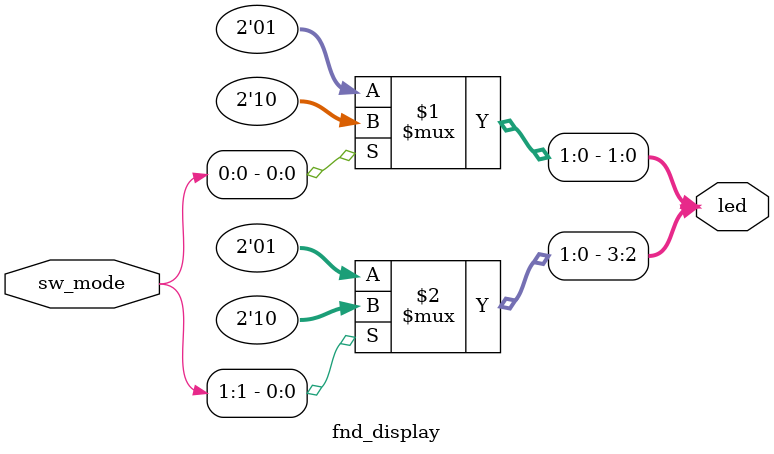
<source format=v>
`timescale 1ns / 1ps

module top_stopwatch(
    input clk,
    input reset,
    input [1:0] sw_mode,
    input [3:0] btn,
    output [3:0] fnd_comm,
    output [7:0] fnd_font,
    output [3:0] led
    );

    wire w_run, w_clear;
    wire run, clear;
    wire w_clock;
    wire btn_c, btn_m, btn_s, btn_h_r;
    wire [6:0] msec,msec_stop, msec_clk; 
    wire [5:0] min,sec,sec_stop, min_stop, sec_clk, min_clk; 
    wire [4:0] hour,hour_stop, hour_clk; 

    stopwatch_dp u_stopwatch_dp(
        .clk(clk),
        .reset(reset),
        .run(run),
        .clear(clear),
        .sw_mode(sw_mode[1]),
        .i_btn({btn_h_r,btn_m,btn_s}),
        .msec(msec),
        .sec(sec),
        .min(min),
        .hour(hour)
    );


    stopwatch_cu u_stopwatch_cu(
        .clk(clk),
        .reset(reset),
        .i_btn_run(btn_h_r),
        .i_btn_clear(btn_c),
        .o_run(run),
        .o_clear(clear)
    );

    fnd_controller u_fnd_controller(
        .clk(clk),
        .reset(reset),
        .sw_mode(sw_mode[0]),
        .msec(msec),
        .sec(sec),
        .min(min),
        .hour(hour),
        .fnd_font(fnd_font),
        .fnd_comm(fnd_comm)
    );

    btn_debounce u_btn_db_up(
        .clk(clk),
        .reset(reset),
        .i_btn(btn[0]),
        .o_btn(btn_s)
    );

    btn_debounce u_btn_db_down(
        .clk(clk),
        .reset(reset),
        .i_btn(btn[1]),
        .o_btn(btn_m)
    );

    btn_debounce u_btn_db_left(
        .clk(clk),
        .reset(reset),
        .i_btn(btn[2]),
        .o_btn(btn_h_r)
    );

    btn_debounce u_btn_db_right(
        .clk(clk),
        .reset(reset),
        .i_btn(btn[3]),
        .o_btn(btn_c)
    );



    fnd_display u_dis(
        .sw_mode(sw_mode),
        .led(led)
    );
endmodule

module fnd_display (
    input [1:0]sw_mode,
    output [3:0] led
);
    assign led[1:0] = sw_mode[0] ? 2'b10: 2'b01;
    assign led[3:2] = sw_mode[1] ? 2'b10: 2'b01;
endmodule
</source>
